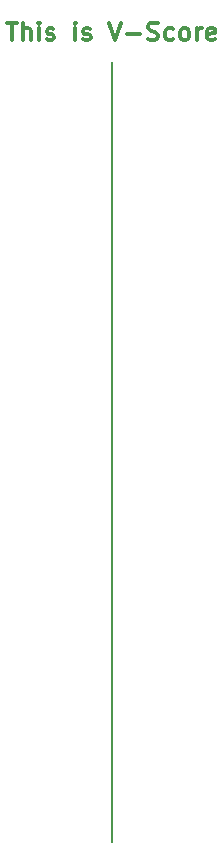
<source format=gbr>
G04 #@! TF.FileFunction,Drawing*
%FSLAX46Y46*%
G04 Gerber Fmt 4.6, Leading zero omitted, Abs format (unit mm)*
G04 Created by KiCad (PCBNEW 4.0.7) date 01/09/18 02:32:33*
%MOMM*%
%LPD*%
G01*
G04 APERTURE LIST*
%ADD10C,0.100000*%
%ADD11C,0.300000*%
%ADD12C,0.200000*%
G04 APERTURE END LIST*
D10*
D11*
X99692143Y-62678571D02*
X100549286Y-62678571D01*
X100120715Y-64178571D02*
X100120715Y-62678571D01*
X101049286Y-64178571D02*
X101049286Y-62678571D01*
X101692143Y-64178571D02*
X101692143Y-63392857D01*
X101620714Y-63250000D01*
X101477857Y-63178571D01*
X101263572Y-63178571D01*
X101120714Y-63250000D01*
X101049286Y-63321429D01*
X102406429Y-64178571D02*
X102406429Y-63178571D01*
X102406429Y-62678571D02*
X102335000Y-62750000D01*
X102406429Y-62821429D01*
X102477857Y-62750000D01*
X102406429Y-62678571D01*
X102406429Y-62821429D01*
X103049286Y-64107143D02*
X103192143Y-64178571D01*
X103477858Y-64178571D01*
X103620715Y-64107143D01*
X103692143Y-63964286D01*
X103692143Y-63892857D01*
X103620715Y-63750000D01*
X103477858Y-63678571D01*
X103263572Y-63678571D01*
X103120715Y-63607143D01*
X103049286Y-63464286D01*
X103049286Y-63392857D01*
X103120715Y-63250000D01*
X103263572Y-63178571D01*
X103477858Y-63178571D01*
X103620715Y-63250000D01*
X105477858Y-64178571D02*
X105477858Y-63178571D01*
X105477858Y-62678571D02*
X105406429Y-62750000D01*
X105477858Y-62821429D01*
X105549286Y-62750000D01*
X105477858Y-62678571D01*
X105477858Y-62821429D01*
X106120715Y-64107143D02*
X106263572Y-64178571D01*
X106549287Y-64178571D01*
X106692144Y-64107143D01*
X106763572Y-63964286D01*
X106763572Y-63892857D01*
X106692144Y-63750000D01*
X106549287Y-63678571D01*
X106335001Y-63678571D01*
X106192144Y-63607143D01*
X106120715Y-63464286D01*
X106120715Y-63392857D01*
X106192144Y-63250000D01*
X106335001Y-63178571D01*
X106549287Y-63178571D01*
X106692144Y-63250000D01*
X108335001Y-62678571D02*
X108835001Y-64178571D01*
X109335001Y-62678571D01*
X109835001Y-63607143D02*
X110977858Y-63607143D01*
X111620715Y-64107143D02*
X111835001Y-64178571D01*
X112192144Y-64178571D01*
X112335001Y-64107143D01*
X112406430Y-64035714D01*
X112477858Y-63892857D01*
X112477858Y-63750000D01*
X112406430Y-63607143D01*
X112335001Y-63535714D01*
X112192144Y-63464286D01*
X111906430Y-63392857D01*
X111763572Y-63321429D01*
X111692144Y-63250000D01*
X111620715Y-63107143D01*
X111620715Y-62964286D01*
X111692144Y-62821429D01*
X111763572Y-62750000D01*
X111906430Y-62678571D01*
X112263572Y-62678571D01*
X112477858Y-62750000D01*
X113763572Y-64107143D02*
X113620715Y-64178571D01*
X113335001Y-64178571D01*
X113192143Y-64107143D01*
X113120715Y-64035714D01*
X113049286Y-63892857D01*
X113049286Y-63464286D01*
X113120715Y-63321429D01*
X113192143Y-63250000D01*
X113335001Y-63178571D01*
X113620715Y-63178571D01*
X113763572Y-63250000D01*
X114620715Y-64178571D02*
X114477857Y-64107143D01*
X114406429Y-64035714D01*
X114335000Y-63892857D01*
X114335000Y-63464286D01*
X114406429Y-63321429D01*
X114477857Y-63250000D01*
X114620715Y-63178571D01*
X114835000Y-63178571D01*
X114977857Y-63250000D01*
X115049286Y-63321429D01*
X115120715Y-63464286D01*
X115120715Y-63892857D01*
X115049286Y-64035714D01*
X114977857Y-64107143D01*
X114835000Y-64178571D01*
X114620715Y-64178571D01*
X115763572Y-64178571D02*
X115763572Y-63178571D01*
X115763572Y-63464286D02*
X115835000Y-63321429D01*
X115906429Y-63250000D01*
X116049286Y-63178571D01*
X116192143Y-63178571D01*
X117263571Y-64107143D02*
X117120714Y-64178571D01*
X116835000Y-64178571D01*
X116692143Y-64107143D01*
X116620714Y-63964286D01*
X116620714Y-63392857D01*
X116692143Y-63250000D01*
X116835000Y-63178571D01*
X117120714Y-63178571D01*
X117263571Y-63250000D01*
X117335000Y-63392857D01*
X117335000Y-63535714D01*
X116620714Y-63678571D01*
D12*
X108585000Y-132080000D02*
X108585000Y-66040000D01*
M02*

</source>
